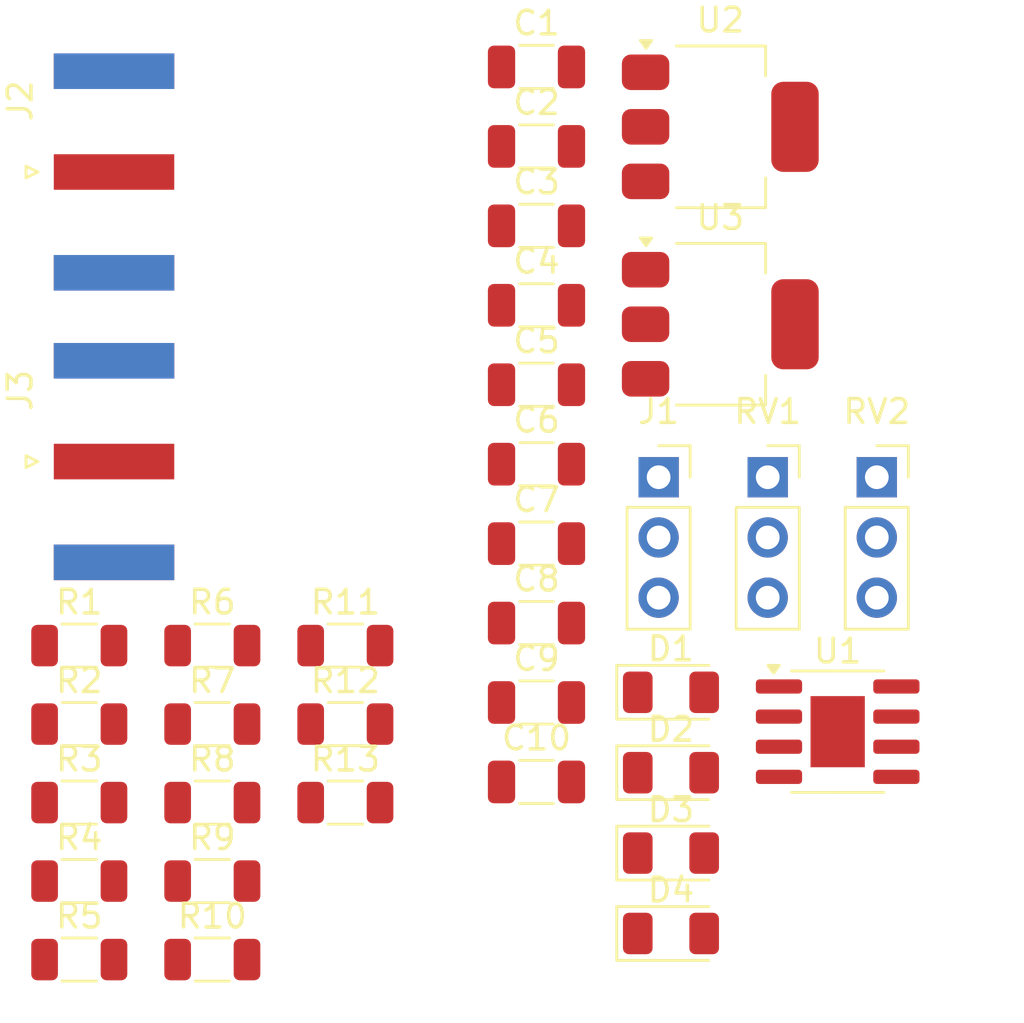
<source format=kicad_pcb>
(kicad_pcb (version 20241229) (generator "pcbnew") (generator_version "9.0")
  (layers (0 "F.Cu" signal) (2 "B.Cu" signal) (13 "F.Paste" user) (15 "B.Paste" user) (5 "F.SilkS" user "F.Silkscreen") (7 "B.SilkS" user "B.Silkscreen") (1 "F.Mask" user) (3 "B.Mask" user) (25 "Edge.Cuts" user))
  (net 0 "")
  (net 1 "GND")
  (net 2 "Net-(D1-A)")
  (net 3 "Net-(D2-K)")
  (net 4 "+15V")
  (net 5 "-15V")
  (net 6 "-5V")
  (net 7 "+5V")
  (net 8 "Net-(C9-Pad2)")
  (net 9 "Net-(U1A--)")
  (net 10 "Net-(U1B--)")
  (net 11 "Net-(C10-Pad2)")
  (net 12 "Net-(D3-K)")
  (net 13 "Net-(D4-A)")
  (net 14 "Net-(J2-In)")
  (net 15 "Net-(J3-Ext)")
  (net 16 "Net-(U3-ADJ)")
  (net 17 "Net-(U2-ADJ)")
  (net 18 "Net-(U1B-+)")
  (net 19 "Net-(U1A-+)")
  (net 20 "Net-(R10-Pad2)")
  (footprint "Capacitor_SMD:C_1206_3216Metric" (layer "F.Cu") (at 44.825 44.865)
    (property "Reference" "C9" (at 0 -1.85 0) (layer "F.SilkS"))
    (property "Value" "C")
    (fp_line (start -0.711252 -0.91) (end 0.711252 -0.91) (stroke (width 0.12)) (layer "F.SilkS"))
    (fp_line (start -0.711252 0.91) (end 0.711252 0.91) (stroke (width 0.12)) (layer "F.SilkS"))
    (pad "1" smd roundrect (at -1.475 0) (size 1.15 1.8) (layers "F.Cu" "F.Mask" "F.Paste") (roundrect_rratio 0.217391) (net 9 "Net-(U1A--)"))
    (pad "2" smd roundrect (at 1.475 0) (size 1.15 1.8) (layers "F.Cu" "F.Mask" "F.Paste") (roundrect_rratio 0.217391) (net 8 "Net-(C9-Pad2)"))
  )
  (footprint "Package_TO_SOT_SMD:SOT-223-3_TabPin2" (layer "F.Cu") (at 52.575 28.915)
    (property "Reference" "U3" (at 0 -4.5 0) (layer "F.SilkS"))
    (property "Value" "LM337_SOT223")
    (fp_line (start -1.85 -3.41) (end 1.91 -3.41) (stroke (width 0.12)) (layer "F.SilkS"))
    (fp_line (start -1.85 3.41) (end 1.91 3.41) (stroke (width 0.12)) (layer "F.SilkS"))
    (fp_line (start 1.91 -3.41) (end 1.91 -2.15) (stroke (width 0.12)) (layer "F.SilkS"))
    (fp_line (start 1.91 3.41) (end 1.91 2.15) (stroke (width 0.12)) (layer "F.SilkS"))
    (fp_poly (pts (xy -3.13 -3.31) (xy -3.37 -3.64) (xy -2.89 -3.64) (xy -3.13 -3.31)) (stroke (width 0.12)) (fill yes) (layer "F.SilkS"))
    (pad "1" smd roundrect (at -3.15 -2.3) (size 2 1.5) (layers "F.Cu" "F.Mask" "F.Paste") (net 16 "Net-(U3-ADJ)"))
    (pad "2" smd roundrect (at -3.15 0) (size 2 1.5) (layers "F.Cu" "F.Mask" "F.Paste") (net 5 "-15V"))
    (pad "2" smd roundrect (at 3.15 0) (size 2 3.8) (layers "F.Cu" "F.Mask" "F.Paste") (net 5 "-15V"))
    (pad "3" smd roundrect (at -3.15 2.3) (size 2 1.5) (layers "F.Cu" "F.Mask" "F.Paste") (net 6 "-5V"))
  )
  (footprint "Capacitor_SMD:C_1206_3216Metric" (layer "F.Cu") (at 44.825 41.515)
    (property "Reference" "C8" (at 0 -1.85 0) (layer "F.SilkS"))
    (property "Value" "10nF")
    (fp_line (start -0.711252 -0.91) (end 0.711252 -0.91) (stroke (width 0.12)) (layer "F.SilkS"))
    (fp_line (start -0.711252 0.91) (end 0.711252 0.91) (stroke (width 0.12)) (layer "F.SilkS"))
    (pad "1" smd roundrect (at -1.475 0) (size 1.15 1.8) (layers "F.Cu" "F.Mask" "F.Paste") (roundrect_rratio 0.217391) (net 6 "-5V"))
    (pad "2" smd roundrect (at 1.475 0) (size 1.15 1.8) (layers "F.Cu" "F.Mask" "F.Paste") (roundrect_rratio 0.217391) (net 1 "GND"))
  )
  (footprint "Resistor_SMD:R_1206_3216Metric" (layer "F.Cu") (at 31.155 45.775)
    (property "Reference" "R7" (at 0 -1.83 0) (layer "F.SilkS"))
    (property "Value" "0R")
    (fp_line (start -0.727064 -0.91) (end 0.727064 -0.91) (stroke (width 0.12)) (layer "F.SilkS"))
    (fp_line (start -0.727064 0.91) (end 0.727064 0.91) (stroke (width 0.12)) (layer "F.SilkS"))
    (pad "1" smd roundrect (at -1.4625 0) (size 1.125 1.75) (layers "F.Cu" "F.Mask" "F.Paste") (roundrect_rratio 0.222222) (net 1 "GND"))
    (pad "2" smd roundrect (at 1.4625 0) (size 1.125 1.75) (layers "F.Cu" "F.Mask" "F.Paste") (roundrect_rratio 0.222222) (net 19 "Net-(U1A-+)"))
  )
  (footprint "Package_SO:SOIC-8-1EP_3.9x4.9mm_P1.27mm_EP2.29x3mm" (layer "F.Cu") (at 57.525 46.095)
    (property "Reference" "U1" (at 0 -3.4 0) (layer "F.SilkS"))
    (property "Value" "OPA1602")
    (fp_line (start 0 -2.56) (end -1.95 -2.56) (stroke (width 0.12)) (layer "F.SilkS"))
    (fp_line (start 0 -2.56) (end 1.95 -2.56) (stroke (width 0.12)) (layer "F.SilkS"))
    (fp_line (start 0 2.56) (end -1.95 2.56) (stroke (width 0.12)) (layer "F.SilkS"))
    (fp_line (start 0 2.56) (end 1.95 2.56) (stroke (width 0.12)) (layer "F.SilkS"))
    (fp_poly (pts (xy -2.7 -2.465) (xy -2.94 -2.795) (xy -2.46 -2.795)) (stroke (width 0.12)) (fill yes) (layer "F.SilkS"))
    (pad "1" smd roundrect (at -2.475 -1.905) (size 1.95 0.6) (layers "F.Cu" "F.Mask" "F.Paste") (net 8 "Net-(C9-Pad2)"))
    (pad "2" smd roundrect (at -2.475 -0.635) (size 1.95 0.6) (layers "F.Cu" "F.Mask" "F.Paste") (net 9 "Net-(U1A--)"))
    (pad "3" smd roundrect (at -2.475 0.635) (size 1.95 0.6) (layers "F.Cu" "F.Mask" "F.Paste") (net 19 "Net-(U1A-+)"))
    (pad "4" smd roundrect (at -2.475 1.905) (size 1.95 0.6) (layers "F.Cu" "F.Mask" "F.Paste") (net 6 "-5V"))
    (pad "5" smd roundrect (at 2.475 1.905) (size 1.95 0.6) (layers "F.Cu" "F.Mask" "F.Paste") (net 18 "Net-(U1B-+)"))
    (pad "6" smd roundrect (at 2.475 0.635) (size 1.95 0.6) (layers "F.Cu" "F.Mask" "F.Paste") (net 10 "Net-(U1B--)"))
    (pad "7" smd roundrect (at 2.475 -0.635) (size 1.95 0.6) (layers "F.Cu" "F.Mask" "F.Paste") (net 11 "Net-(C10-Pad2)"))
    (pad "8" smd roundrect (at 2.475 -1.905) (size 1.95 0.6) (layers "F.Cu" "F.Mask" "F.Paste") (net 7 "+5V"))
    (pad "9" smd rect (at 0 0) (size 2.29 3) (property pad_prop_heatsink) (layers "F.Cu" "F.Mask"))
  )
  (footprint "Diode_SMD:D_1206_3216Metric" (layer "F.Cu") (at 50.495 54.605)
    (property "Reference" "D4" (at 0 -1.83 0) (layer "F.SilkS"))
    (property "Value" "LED")
    (fp_line (start -2.285 -1.135) (end -2.285 1.135) (stroke (width 0.12)) (layer "F.SilkS"))
    (fp_line (start -2.285 1.135) (end 1.6 1.135) (stroke (width 0.12)) (layer "F.SilkS"))
    (fp_line (start 1.6 -1.135) (end -2.285 -1.135) (stroke (width 0.12)) (layer "F.SilkS"))
    (pad "1" smd roundrect (at -1.4 0) (size 1.25 1.75) (layers "F.Cu" "F.Mask" "F.Paste") (roundrect_rratio 0.2) (net 6 "-5V"))
    (pad "2" smd roundrect (at 1.4 0) (size 1.25 1.75) (layers "F.Cu" "F.Mask" "F.Paste") (roundrect_rratio 0.2) (net 13 "Net-(D4-A)"))
  )
  (footprint "Connector_Coaxial:SMA_Amphenol_132289_EdgeMount" (layer "F.Cu") (at 27.01 34.705)
    (property "Reference" "J3" (at -3.96 -3 90) (layer "F.SilkS"))
    (property "Value" "Conn_Coaxial")
    (fp_line (start -3.71 -0.25) (end -3.71 0.25) (stroke (width 0.12)) (layer "F.SilkS"))
    (fp_line (start -3.71 0.25) (end -3.21 0) (stroke (width 0.12)) (layer "F.SilkS"))
    (fp_line (start -3.21 0) (end -3.71 -0.25) (stroke (width 0.12)) (layer "F.SilkS"))
    (pad "1" smd rect (at 0 0 90) (size 1.5 5.08) (layers "F.Cu" "F.Mask" "F.Paste") (net 1 "GND"))
    (pad "2" smd rect (at 0 -4.25 90) (size 1.5 5.08) (layers "F.Cu" "F.Mask" "F.Paste") (net 15 "Net-(J3-Ext)"))
    (pad "2" smd rect (at 0 -4.25 90) (size 1.5 5.08) (layers "B.Cu" "B.Mask" "B.Paste") (net 15 "Net-(J3-Ext)"))
    (pad "2" smd rect (at 0 4.25 90) (size 1.5 5.08) (layers "F.Cu" "F.Mask" "F.Paste") (net 15 "Net-(J3-Ext)"))
    (pad "2" smd rect (at 0 4.25 90) (size 1.5 5.08) (layers "B.Cu" "B.Mask" "B.Paste") (net 15 "Net-(J3-Ext)"))
  )
  (footprint "Resistor_SMD:R_1206_3216Metric" (layer "F.Cu") (at 31.155 55.705)
    (property "Reference" "R10" (at 0 -1.83 0) (layer "F.SilkS"))
    (property "Value" "1kR")
    (fp_line (start -0.727064 -0.91) (end 0.727064 -0.91) (stroke (width 0.12)) (layer "F.SilkS"))
    (fp_line (start -0.727064 0.91) (end 0.727064 0.91) (stroke (width 0.12)) (layer "F.SilkS"))
    (pad "1" smd roundrect (at -1.4625 0) (size 1.125 1.75) (layers "F.Cu" "F.Mask" "F.Paste") (roundrect_rratio 0.222222) (net 10 "Net-(U1B--)"))
    (pad "2" smd roundrect (at 1.4625 0) (size 1.125 1.75) (layers "F.Cu" "F.Mask" "F.Paste") (roundrect_rratio 0.222222) (net 20 "Net-(R10-Pad2)"))
  )
  (footprint "Resistor_SMD:R_1206_3216Metric" (layer "F.Cu") (at 36.765 42.465)
    (property "Reference" "R11" (at 0 -1.83 0) (layer "F.SilkS"))
    (property "Value" "50R")
    (fp_line (start -0.727064 -0.91) (end 0.727064 -0.91) (stroke (width 0.12)) (layer "F.SilkS"))
    (fp_line (start -0.727064 0.91) (end 0.727064 0.91) (stroke (width 0.12)) (layer "F.SilkS"))
    (pad "1" smd roundrect (at -1.4625 0) (size 1.125 1.75) (layers "F.Cu" "F.Mask" "F.Paste") (roundrect_rratio 0.222222) (net 11 "Net-(C10-Pad2)"))
    (pad "2" smd roundrect (at 1.4625 0) (size 1.125 1.75) (layers "F.Cu" "F.Mask" "F.Paste") (roundrect_rratio 0.222222) (net 15 "Net-(J3-Ext)"))
  )
  (footprint "Capacitor_SMD:C_1206_3216Metric" (layer "F.Cu") (at 44.825 48.215)
    (property "Reference" "C10" (at 0 -1.85 0) (layer "F.SilkS"))
    (property "Value" "C")
    (fp_line (start -0.711252 -0.91) (end 0.711252 -0.91) (stroke (width 0.12)) (layer "F.SilkS"))
    (fp_line (start -0.711252 0.91) (end 0.711252 0.91) (stroke (width 0.12)) (layer "F.SilkS"))
    (pad "1" smd roundrect (at -1.475 0) (size 1.15 1.8) (layers "F.Cu" "F.Mask" "F.Paste") (roundrect_rratio 0.217391) (net 10 "Net-(U1B--)"))
    (pad "2" smd roundrect (at 1.475 0) (size 1.15 1.8) (layers "F.Cu" "F.Mask" "F.Paste") (roundrect_rratio 0.217391) (net 11 "Net-(C10-Pad2)"))
  )
  (footprint "Connector_PinSocket_2.54mm:PinSocket_1x03_P2.54mm_Vertical" (layer "F.Cu") (at 59.175 35.365)
    (property "Reference" "RV2" (at 0 -2.77 0) (layer "F.SilkS"))
    (property "Value" "R_Potentiometer")
    (fp_line (start -1.33 1.27) (end -1.33 6.41) (stroke (width 0.12)) (layer "F.SilkS"))
    (fp_line (start -1.33 1.27) (end 1.33 1.27) (stroke (width 0.12)) (layer "F.SilkS"))
    (fp_line (start -1.33 6.41) (end 1.33 6.41) (stroke (width 0.12)) (layer "F.SilkS"))
    (fp_line (start 0 -1.33) (end 1.33 -1.33) (stroke (width 0.12)) (layer "F.SilkS"))
    (fp_line (start 1.33 -1.33) (end 1.33 0) (stroke (width 0.12)) (layer "F.SilkS"))
    (fp_line (start 1.33 1.27) (end 1.33 6.41) (stroke (width 0.12)) (layer "F.SilkS"))
    (pad "1" thru_hole rect (at 0 0) (size 1.7 1.7) (drill 1) (layers "*.Cu" "*.Mask") (net 7 "+5V"))
    (pad "2" thru_hole circle (at 0 2.54) (size 1.7 1.7) (drill 1) (layers "*.Cu" "*.Mask") (net 20 "Net-(R10-Pad2)"))
    (pad "3" thru_hole circle (at 0 5.08) (size 1.7 1.7) (drill 1) (layers "*.Cu" "*.Mask") (net 6 "-5V"))
  )
  (footprint "Resistor_SMD:R_1206_3216Metric" (layer "F.Cu") (at 36.765 49.085)
    (property "Reference" "R13" (at 0 -1.83 0) (layer "F.SilkS"))
    (property "Value" "50kR")
    (fp_line (start -0.727064 -0.91) (end 0.727064 -0.91) (stroke (width 0.12)) (layer "F.SilkS"))
    (fp_line (start -0.727064 0.91) (end 0.727064 0.91) (stroke (width 0.12)) (layer "F.SilkS"))
    (pad "1" smd roundrect (at -1.4625 0) (size 1.125 1.75) (layers "F.Cu" "F.Mask" "F.Paste") (roundrect_rratio 0.222222) (net 13 "Net-(D4-A)"))
    (pad "2" smd roundrect (at 1.4625 0) (size 1.125 1.75) (layers "F.Cu" "F.Mask" "F.Paste") (roundrect_rratio 0.222222) (net 1 "GND"))
  )
  (footprint "Resistor_SMD:R_1206_3216Metric" (layer "F.Cu") (at 25.545 42.465)
    (property "Reference" "R1" (at 0 -1.83 0) (layer "F.SilkS"))
    (property "Value" "1kR")
    (fp_line (start -0.727064 -0.91) (end 0.727064 -0.91) (stroke (width 0.12)) (layer "F.SilkS"))
    (fp_line (start -0.727064 0.91) (end 0.727064 0.91) (stroke (width 0.12)) (layer "F.SilkS"))
    (pad "1" smd roundrect (at -1.4625 0) (size 1.125 1.75) (layers "F.Cu" "F.Mask" "F.Paste") (roundrect_rratio 0.222222) (net 16 "Net-(U3-ADJ)"))
    (pad "2" smd roundrect (at 1.4625 0) (size 1.125 1.75) (layers "F.Cu" "F.Mask" "F.Paste") (roundrect_rratio 0.222222) (net 6 "-5V"))
  )
  (footprint "Resistor_SMD:R_1206_3216Metric" (layer "F.Cu") (at 31.155 49.085)
    (property "Reference" "R8" (at 0 -1.83 0) (layer "F.SilkS"))
    (property "Value" "1kR")
    (fp_line (start -0.727064 -0.91) (end 0.727064 -0.91) (stroke (width 0.12)) (layer "F.SilkS"))
    (fp_line (start -0.727064 0.91) (end 0.727064 0.91) (stroke (width 0.12)) (layer "F.SilkS"))
    (pad "1" smd roundrect (at -1.4625 0) (size 1.125 1.75) (layers "F.Cu" "F.Mask" "F.Paste") (roundrect_rratio 0.222222) (net 10 "Net-(U1B--)"))
    (pad "2" smd roundrect (at 1.4625 0) (size 1.125 1.75) (layers "F.Cu" "F.Mask" "F.Paste") (roundrect_rratio 0.222222) (net 11 "Net-(C10-Pad2)"))
  )
  (footprint "Resistor_SMD:R_1206_3216Metric" (layer "F.Cu") (at 25.545 45.775)
    (property "Reference" "R2" (at 0 -1.83 0) (layer "F.SilkS"))
    (property "Value" "3kR")
    (fp_line (start -0.727064 -0.91) (end 0.727064 -0.91) (stroke (width 0.12)) (layer "F.SilkS"))
    (fp_line (start -0.727064 0.91) (end 0.727064 0.91) (stroke (width 0.12)) (layer "F.SilkS"))
    (pad "1" smd roundrect (at -1.4625 0) (size 1.125 1.75) (layers "F.Cu" "F.Mask" "F.Paste") (roundrect_rratio 0.222222) (net 1 "GND"))
    (pad "2" smd roundrect (at 1.4625 0) (size 1.125 1.75) (layers "F.Cu" "F.Mask" "F.Paste") (roundrect_rratio 0.222222) (net 16 "Net-(U3-ADJ)"))
  )
  (footprint "Connector_PinSocket_2.54mm:PinSocket_1x03_P2.54mm_Vertical" (layer "F.Cu") (at 49.975 35.365)
    (property "Reference" "J1" (at 0 -2.77 0) (layer "F.SilkS"))
    (property "Value" "Conn_01x03_Pin")
    (fp_line (start -1.33 1.27) (end -1.33 6.41) (stroke (width 0.12)) (layer "F.SilkS"))
    (fp_line (start -1.33 1.27) (end 1.33 1.27) (stroke (width 0.12)) (layer "F.SilkS"))
    (fp_line (start -1.33 6.41) (end 1.33 6.41) (stroke (width 0.12)) (layer "F.SilkS"))
    (fp_line (start 0 -1.33) (end 1.33 -1.33) (stroke (width 0.12)) (layer "F.SilkS"))
    (fp_line (start 1.33 -1.33) (end 1.33 0) (stroke (width 0.12)) (layer "F.SilkS"))
    (fp_line (start 1.33 1.27) (end 1.33 6.41) (stroke (width 0.12)) (layer "F.SilkS"))
    (pad "1" thru_hole rect (at 0 0) (size 1.7 1.7) (drill 1) (layers "*.Cu" "*.Mask") (net 3 "Net-(D2-K)"))
    (pad "2" thru_hole circle (at 0 2.54) (size 1.7 1.7) (drill 1) (layers "*.Cu" "*.Mask") (net 1 "GND"))
    (pad "3" thru_hole circle (at 0 5.08) (size 1.7 1.7) (drill 1) (layers "*.Cu" "*.Mask") (net 2 "Net-(D1-A)"))
  )
  (footprint "Resistor_SMD:R_1206_3216Metric" (layer "F.Cu") (at 31.155 52.395)
    (property "Reference" "R9" (at 0 -1.83 0) (layer "F.SilkS"))
    (property "Value" "1kR")
    (fp_line (start -0.727064 -0.91) (end 0.727064 -0.91) (stroke (width 0.12)) (layer "F.SilkS"))
    (fp_line (start -0.727064 0.91) (end 0.727064 0.91) (stroke (width 0.12)) (layer "F.SilkS"))
    (pad "1" smd roundrect (at -1.4625 0) (size 1.125 1.75) (layers "F.Cu" "F.Mask" "F.Paste") (roundrect_rratio 0.222222) (net 8 "Net-(C9-Pad2)"))
    (pad "2" smd roundrect (at 1.4625 0) (size 1.125 1.75) (layers "F.Cu" "F.Mask" "F.Paste") (roundrect_rratio 0.222222) (net 10 "Net-(U1B--)"))
  )
  (footprint "Resistor_SMD:R_1206_3216Metric" (layer "F.Cu") (at 36.765 45.775)
    (property "Reference" "R12" (at 0 -1.83 0) (layer "F.SilkS"))
    (property "Value" "50kR")
    (fp_line (start -0.727064 -0.91) (end 0.727064 -0.91) (stroke (width 0.12)) (layer "F.SilkS"))
    (fp_line (start -0.727064 0.91) (end 0.727064 0.91) (stroke (width 0.12)) (layer "F.SilkS"))
    (pad "1" smd roundrect (at -1.4625 0) (size 1.125 1.75) (layers "F.Cu" "F.Mask" "F.Paste") (roundrect_rratio 0.222222) (net 12 "Net-(D3-K)"))
    (pad "2" smd roundrect (at 1.4625 0) (size 1.125 1.75) (layers "F.Cu" "F.Mask" "F.Paste") (roundrect_rratio 0.222222) (net 1 "GND"))
  )
  (footprint "Capacitor_SMD:C_1206_3216Metric" (layer "F.Cu") (at 44.825 34.815)
    (property "Reference" "C6" (at 0 -1.85 0) (layer "F.SilkS"))
    (property "Value" "1uF")
    (fp_line (start -0.711252 -0.91) (end 0.711252 -0.91) (stroke (width 0.12)) (layer "F.SilkS"))
    (fp_line (start -0.711252 0.91) (end 0.711252 0.91) (stroke (width 0.12)) (layer "F.SilkS"))
    (pad "1" smd roundrect (at -1.475 0) (size 1.15 1.8) (layers "F.Cu" "F.Mask" "F.Paste") (roundrect_rratio 0.217391) (net 7 "+5V"))
    (pad "2" smd roundrect (at 1.475 0) (size 1.15 1.8) (layers "F.Cu" "F.Mask" "F.Paste") (roundrect_rratio 0.217391) (net 1 "GND"))
  )
  (footprint "Resistor_SMD:R_1206_3216Metric" (layer "F.Cu") (at 25.545 55.705)
    (property "Reference" "R5" (at 0 -1.83 0) (layer "F.SilkS"))
    (property "Value" "1kR")
    (fp_line (start -0.727064 -0.91) (end 0.727064 -0.91) (stroke (width 0.12)) (layer "F.SilkS"))
    (fp_line (start -0.727064 0.91) (end 0.727064 0.91) (stroke (width 0.12)) (layer "F.SilkS"))
    (pad "1" smd roundrect (at -1.4625 0) (size 1.125 1.75) (layers "F.Cu" "F.Mask" "F.Paste") (roundrect_rratio 0.222222) (net 14 "Net-(J2-In)"))
    (pad "2" smd roundrect (at 1.4625 0) (size 1.125 1.75) (layers "F.Cu" "F.Mask" "F.Paste") (roundrect_rratio 0.222222) (net 9 "Net-(U1A--)"))
  )
  (footprint "Connector_PinSocket_2.54mm:PinSocket_1x03_P2.54mm_Vertical" (layer "F.Cu") (at 54.575 35.365)
    (property "Reference" "RV1" (at 0 -2.77 0) (layer "F.SilkS"))
    (property "Value" "R_Potentiometer")
    (fp_line (start -1.33 1.27) (end -1.33 6.41) (stroke (width 0.12)) (layer "F.SilkS"))
    (fp_line (start -1.33 1.27) (end 1.33 1.27) (stroke (width 0.12)) (layer "F.SilkS"))
    (fp_line (start -1.33 6.41) (end 1.33 6.41) (stroke (width 0.12)) (layer "F.SilkS"))
    (fp_line (start 0 -1.33) (end 1.33 -1.33) (stroke (width 0.12)) (layer "F.SilkS"))
    (fp_line (start 1.33 -1.33) (end 1.33 0) (stroke (width 0.12)) (layer "F.SilkS"))
    (fp_line (start 1.33 1.27) (end 1.33 6.41) (stroke (width 0.12)) (layer "F.SilkS"))
    (pad "1" thru_hole rect (at 0 0) (size 1.7 1.7) (drill 1) (layers "*.Cu" "*.Mask") (net 9 "Net-(U1A--)"))
    (pad "2" thru_hole circle (at 0 2.54) (size 1.7 1.7) (drill 1) (layers "*.Cu" "*.Mask") (net 8 "Net-(C9-Pad2)"))
    (pad "3" thru_hole circle (at 0 5.08) (size 1.7 1.7) (drill 1) (layers "*.Cu" "*.Mask"))
  )
  (footprint "Resistor_SMD:R_1206_3216Metric" (layer "F.Cu") (at 25.545 52.395)
    (property "Reference" "R4" (at 0 -1.83 0) (layer "F.SilkS"))
    (property "Value" "1kR")
    (fp_line (start -0.727064 -0.91) (end 0.727064 -0.91) (stroke (width 0.12)) (layer "F.SilkS"))
    (fp_line (start -0.727064 0.91) (end 0.727064 0.91) (stroke (width 0.12)) (layer "F.SilkS"))
    (pad "1" smd roundrect (at -1.4625 0) (size 1.125 1.75) (layers "F.Cu" "F.Mask" "F.Paste") (roundrect_rratio 0.222222) (net 17 "Net-(U2-ADJ)"))
    (pad "2" smd roundrect (at 1.4625 0) (size 1.125 1.75) (layers "F.Cu" "F.Mask" "F.Paste") (roundrect_rratio 0.222222) (net 7 "+5V"))
  )
  (footprint "Resistor_SMD:R_1206_3216Metric" (layer "F.Cu") (at 31.155 42.465)
    (property "Reference" "R6" (at 0 -1.83 0) (layer "F.SilkS"))
    (property "Value" "0R")
    (fp_line (start -0.727064 -0.91) (end 0.727064 -0.91) (stroke (width 0.12)) (layer "F.SilkS"))
    (fp_line (start -0.727064 0.91) (end 0.727064 0.91) (stroke (width 0.12)) (layer "F.SilkS"))
    (pad "1" smd roundrect (at -1.4625 0) (size 1.125 1.75) (layers "F.Cu" "F.Mask" "F.Paste") (roundrect_rratio 0.222222) (net 1 "GND"))
    (pad "2" smd roundrect (at 1.4625 0) (size 1.125 1.75) (layers "F.Cu" "F.Mask" "F.Paste") (roundrect_rratio 0.222222) (net 18 "Net-(U1B-+)"))
  )
  (footprint "Capacitor_SMD:C_1206_3216Metric" (layer "F.Cu") (at 44.825 24.765)
    (property "Reference" "C3" (at 0 -1.85 0) (layer "F.SilkS"))
    (property "Value" "0.1uF")
    (fp_line (start -0.711252 -0.91) (end 0.711252 -0.91) (stroke (width 0.12)) (layer "F.SilkS"))
    (fp_line (start -0.711252 0.91) (end 0.711252 0.91) (stroke (width 0.12)) (layer "F.SilkS"))
    (pad "1" smd roundrect (at -1.475 0) (size 1.15 1.8) (layers "F.Cu" "F.Mask" "F.Paste") (roundrect_rratio 0.217391) (net 4 "+15V"))
    (pad "2" smd roundrect (at 1.475 0) (size 1.15 1.8) (layers "F.Cu" "F.Mask" "F.Paste") (roundrect_rratio 0.217391) (net 1 "GND"))
  )
  (footprint "Connector_Coaxial:SMA_Amphenol_132289_EdgeMount" (layer "F.Cu") (at 27.01 22.495)
    (property "Reference" "J2" (at -3.96 -3 90) (layer "F.SilkS"))
    (property "Value" "Conn_Coaxial")
    (fp_line (start -3.71 -0.25) (end -3.71 0.25) (stroke (width 0.12)) (layer "F.SilkS"))
    (fp_line (start -3.71 0.25) (end -3.21 0) (stroke (width 0.12)) (layer "F.SilkS"))
    (fp_line (start -3.21 0) (end -3.71 -0.25) (stroke (width 0.12)) (layer "F.SilkS"))
    (pad "1" smd rect (at 0 0 90) (size 1.5 5.08) (layers "F.Cu" "F.Mask" "F.Paste") (net 14 "Net-(J2-In)"))
    (pad "2" smd rect (at 0 -4.25 90) (size 1.5 5.08) (layers "F.Cu" "F.Mask" "F.Paste") (net 1 "GND"))
    (pad "2" smd rect (at 0 -4.25 90) (size 1.5 5.08) (layers "B.Cu" "B.Mask" "B.Paste") (net 1 "GND"))
    (pad "2" smd rect (at 0 4.25 90) (size 1.5 5.08) (layers "F.Cu" "F.Mask" "F.Paste") (net 1 "GND"))
    (pad "2" smd rect (at 0 4.25 90) (size 1.5 5.08) (layers "B.Cu" "B.Mask" "B.Paste") (net 1 "GND"))
  )
  (footprint "Diode_SMD:D_1206_3216Metric" (layer "F.Cu") (at 50.495 44.435)
    (property "Reference" "D1" (at 0 -1.83 0) (layer "F.SilkS"))
    (property "Value" "D")
    (fp_line (start -2.285 -1.135) (end -2.285 1.135) (stroke (width 0.12)) (layer "F.SilkS"))
    (fp_line (start -2.285 1.135) (end 1.6 1.135) (stroke (width 0.12)) (layer "F.SilkS"))
    (fp_line (start 1.6 -1.135) (end -2.285 -1.135) (stroke (width 0.12)) (layer "F.SilkS"))
    (pad "1" smd roundrect (at -1.4 0) (size 1.25 1.75) (layers "F.Cu" "F.Mask" "F.Paste") (roundrect_rratio 0.2) (net 4 "+15V"))
    (pad "2" smd roundrect (at 1.4 0) (size 1.25 1.75) (layers "F.Cu" "F.Mask" "F.Paste") (roundrect_rratio 0.2) (net 2 "Net-(D1-A)"))
  )
  (footprint "Resistor_SMD:R_1206_3216Metric" (layer "F.Cu") (at 25.545 49.085)
    (property "Reference" "R3" (at 0 -1.83 0) (layer "F.SilkS"))
    (property "Value" "3kR")
    (fp_line (start -0.727064 -0.91) (end 0.727064 -0.91) (stroke (width 0.12)) (layer "F.SilkS"))
    (fp_line (start -0.727064 0.91) (end 0.727064 0.91) (stroke (width 0.12)) (layer "F.SilkS"))
    (pad "1" smd roundrect (at -1.4625 0) (size 1.125 1.75) (layers "F.Cu" "F.Mask" "F.Paste") (roundrect_rratio 0.222222) (net 1 "GND"))
    (pad "2" smd roundrect (at 1.4625 0) (size 1.125 1.75) (layers "F.Cu" "F.Mask" "F.Paste") (roundrect_rratio 0.222222) (net 17 "Net-(U2-ADJ)"))
  )
  (footprint "Capacitor_SMD:C_1206_3216Metric" (layer "F.Cu") (at 44.825 28.115)
    (property "Reference" "C4" (at 0 -1.85 0) (layer "F.SilkS"))
    (property "Value" "0.1uF")
    (fp_line (start -0.711252 -0.91) (end 0.711252 -0.91) (stroke (width 0.12)) (layer "F.SilkS"))
    (fp_line (start -0.711252 0.91) (end 0.711252 0.91) (stroke (width 0.12)) (layer "F.SilkS"))
    (pad "1" smd roundrect (at -1.475 0) (size 1.15 1.8) (layers "F.Cu" "F.Mask" "F.Paste") (roundrect_rratio 0.217391) (net 5 "-15V"))
    (pad "2" smd roundrect (at 1.475 0) (size 1.15 1.8) (layers "F.Cu" "F.Mask" "F.Paste") (roundrect_rratio 0.217391) (net 1 "GND"))
  )
  (footprint "Diode_SMD:D_1206_3216Metric" (layer "F.Cu") (at 50.495 51.215)
    (property "Reference" "D3" (at 0 -1.83 0) (layer "F.SilkS"))
    (property "Value" "LED")
    (fp_line (start -2.285 -1.135) (end -2.285 1.135) (stroke (width 0.12)) (layer "F.SilkS"))
    (fp_line (start -2.285 1.135) (end 1.6 1.135) (stroke (width 0.12)) (layer "F.SilkS"))
    (fp_line (start 1.6 -1.135) (end -2.285 -1.135) (stroke (width 0.12)) (layer "F.SilkS"))
    (pad "1" smd roundrect (at -1.4 0) (size 1.25 1.75) (layers "F.Cu" "F.Mask" "F.Paste") (roundrect_rratio 0.2) (net 12 "Net-(D3-K)"))
    (pad "2" smd roundrect (at 1.4 0) (size 1.25 1.75) (layers "F.Cu" "F.Mask" "F.Paste") (roundrect_rratio 0.2) (net 7 "+5V"))
  )
  (footprint "Capacitor_SMD:C_1206_3216Metric" (layer "F.Cu") (at 44.825 31.465)
    (property "Reference" "C5" (at 0 -1.85 0) (layer "F.SilkS"))
    (property "Value" "1uF")
    (fp_line (start -0.711252 -0.91) (end 0.711252 -0.91) (stroke (width 0.12)) (layer "F.SilkS"))
    (fp_line (start -0.711252 0.91) (end 0.711252 0.91) (stroke (width 0.12)) (layer "F.SilkS"))
    (pad "1" smd roundrect (at -1.475 0) (size 1.15 1.8) (layers "F.Cu" "F.Mask" "F.Paste") (roundrect_rratio 0.217391) (net 6 "-5V"))
    (pad "2" smd roundrect (at 1.475 0) (size 1.15 1.8) (layers "F.Cu" "F.Mask" "F.Paste") (roundrect_rratio 0.217391) (net 1 "GND"))
  )
  (footprint "Capacitor_SMD:C_1206_3216Metric" (layer "F.Cu") (at 44.825 38.165)
    (property "Reference" "C7" (at 0 -1.85 0) (layer "F.SilkS"))
    (property "Value" "10nF")
    (fp_line (start -0.711252 -0.91) (end 0.711252 -0.91) (stroke (width 0.12)) (layer "F.SilkS"))
    (fp_line (start -0.711252 0.91) (end 0.711252 0.91) (stroke (width 0.12)) (layer "F.SilkS"))
    (pad "1" smd roundrect (at -1.475 0) (size 1.15 1.8) (layers "F.Cu" "F.Mask" "F.Paste") (roundrect_rratio 0.217391) (net 7 "+5V"))
    (pad "2" smd roundrect (at 1.475 0) (size 1.15 1.8) (layers "F.Cu" "F.Mask" "F.Paste") (roundrect_rratio 0.217391) (net 1 "GND"))
  )
  (footprint "Diode_SMD:D_1206_3216Metric" (layer "F.Cu") (at 50.495 47.825)
    (property "Reference" "D2" (at 0 -1.83 0) (layer "F.SilkS"))
    (property "Value" "D")
    (fp_line (start -2.285 -1.135) (end -2.285 1.135) (stroke (width 0.12)) (layer "F.SilkS"))
    (fp_line (start -2.285 1.135) (end 1.6 1.135) (stroke (width 0.12)) (layer "F.SilkS"))
    (fp_line (start 1.6 -1.135) (end -2.285 -1.135) (stroke (width 0.12)) (layer "F.SilkS"))
    (pad "1" smd roundrect (at -1.4 0) (size 1.25 1.75) (layers "F.Cu" "F.Mask" "F.Paste") (roundrect_rratio 0.2) (net 3 "Net-(D2-K)"))
    (pad "2" smd roundrect (at 1.4 0) (size 1.25 1.75) (layers "F.Cu" "F.Mask" "F.Paste") (roundrect_rratio 0.2) (net 5 "-15V"))
  )
  (footprint "Package_TO_SOT_SMD:SOT-223-3_TabPin2" (layer "F.Cu") (at 52.575 20.59)
    (property "Reference" "U2" (at 0 -4.5 0) (layer "F.SilkS"))
    (property "Value" "LM317_SOT-223")
    (fp_line (start -1.85 -3.41) (end 1.91 -3.41) (stroke (width 0.12)) (layer "F.SilkS"))
    (fp_line (start -1.85 3.41) (end 1.91 3.41) (stroke (width 0.12)) (layer "F.SilkS"))
    (fp_line (start 1.91 -3.41) (end 1.91 -2.15) (stroke (width 0.12)) (layer "F.SilkS"))
    (fp_line (start 1.91 3.41) (end 1.91 2.15) (stroke (width 0.12)) (layer "F.SilkS"))
    (fp_poly (pts (xy -3.13 -3.31) (xy -3.37 -3.64) (xy -2.89 -3.64) (xy -3.13 -3.31)) (stroke (width 0.12)) (fill yes) (layer "F.SilkS"))
    (pad "1" smd roundrect (at -3.15 -2.3) (size 2 1.5) (layers "F.Cu" "F.Mask" "F.Paste") (net 17 "Net-(U2-ADJ)"))
    (pad "2" smd roundrect (at -3.15 0) (size 2 1.5) (layers "F.Cu" "F.Mask" "F.Paste") (net 7 "+5V"))
    (pad "2" smd roundrect (at 3.15 0) (size 2 3.8) (layers "F.Cu" "F.Mask" "F.Paste") (net 7 "+5V"))
    (pad "3" smd roundrect (at -3.15 2.3) (size 2 1.5) (layers "F.Cu" "F.Mask" "F.Paste") (net 4 "+15V"))
  )
  (footprint "Capacitor_SMD:C_1206_3216Metric" (layer "F.Cu") (at 44.825 21.415)
    (property "Reference" "C2" (at 0 -1.85 0) (layer "F.SilkS"))
    (property "Value" "0.1uF")
    (fp_line (start -0.711252 -0.91) (end 0.711252 -0.91) (stroke (width 0.12)) (layer "F.SilkS"))
    (fp_line (start -0.711252 0.91) (end 0.711252 0.91) (stroke (width 0.12)) (layer "F.SilkS"))
    (pad "1" smd roundrect (at -1.475 0) (size 1.15 1.8) (layers "F.Cu" "F.Mask" "F.Paste") (roundrect_rratio 0.217391) (net 3 "Net-(D2-K)"))
    (pad "2" smd roundrect (at 1.475 0) (size 1.15 1.8) (layers "F.Cu" "F.Mask" "F.Paste") (roundrect_rratio 0.217391) (net 1 "GND"))
  )
  (footprint "Capacitor_SMD:C_1206_3216Metric" (layer "F.Cu") (at 44.825 18.065)
    (property "Reference" "C1" (at 0 -1.85 0) (layer "F.SilkS"))
    (property "Value" "0.1uF")
    (fp_line (start -0.711252 -0.91) (end 0.711252 -0.91) (stroke (width 0.12)) (layer "F.SilkS"))
    (fp_line (start -0.711252 0.91) (end 0.711252 0.91) (stroke (width 0.12)) (layer "F.SilkS"))
    (pad "1" smd roundrect (at -1.475 0) (size 1.15 1.8) (layers "F.Cu" "F.Mask" "F.Paste") (roundrect_rratio 0.217391) (net 2 "Net-(D1-A)"))
    (pad "2" smd roundrect (at 1.475 0) (size 1.15 1.8) (layers "F.Cu" "F.Mask" "F.Paste") (roundrect_rratio 0.217391) (net 1 "GND"))
  )
)
</source>
